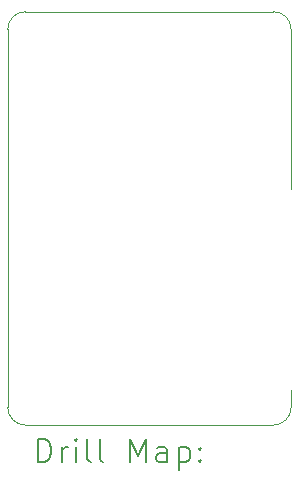
<source format=gbr>
%TF.GenerationSoftware,KiCad,Pcbnew,7.0.5-7.0.5~ubuntu22.04.1*%
%TF.CreationDate,2023-06-28T22:22:53+02:00*%
%TF.ProjectId,BatMon,4261744d-6f6e-42e6-9b69-6361645f7063,rev?*%
%TF.SameCoordinates,Original*%
%TF.FileFunction,Drillmap*%
%TF.FilePolarity,Positive*%
%FSLAX45Y45*%
G04 Gerber Fmt 4.5, Leading zero omitted, Abs format (unit mm)*
G04 Created by KiCad (PCBNEW 7.0.5-7.0.5~ubuntu22.04.1) date 2023-06-28 22:22:53*
%MOMM*%
%LPD*%
G01*
G04 APERTURE LIST*
%ADD10C,0.100000*%
%ADD11C,0.200000*%
G04 APERTURE END LIST*
D10*
X14400000Y-5700000D02*
G75*
G03*
X14250000Y-5550000I-150000J0D01*
G01*
X14400000Y-8900000D02*
X14400000Y-8750000D01*
X12000000Y-8900000D02*
G75*
G03*
X12150000Y-9050000I150000J0D01*
G01*
X12150000Y-5550000D02*
G75*
G03*
X12000000Y-5700000I0J-150000D01*
G01*
X12150000Y-9050000D02*
X14250000Y-9050000D01*
X14250000Y-9050000D02*
G75*
G03*
X14400000Y-8900000I0J150000D01*
G01*
X14250000Y-5550000D02*
X12150000Y-5550000D01*
X14400000Y-7050000D02*
X14400000Y-5700000D01*
X12000000Y-5700000D02*
X12000000Y-8900000D01*
D11*
X12255777Y-9366484D02*
X12255777Y-9166484D01*
X12255777Y-9166484D02*
X12303396Y-9166484D01*
X12303396Y-9166484D02*
X12331967Y-9176008D01*
X12331967Y-9176008D02*
X12351015Y-9195055D01*
X12351015Y-9195055D02*
X12360539Y-9214103D01*
X12360539Y-9214103D02*
X12370062Y-9252198D01*
X12370062Y-9252198D02*
X12370062Y-9280770D01*
X12370062Y-9280770D02*
X12360539Y-9318865D01*
X12360539Y-9318865D02*
X12351015Y-9337912D01*
X12351015Y-9337912D02*
X12331967Y-9356960D01*
X12331967Y-9356960D02*
X12303396Y-9366484D01*
X12303396Y-9366484D02*
X12255777Y-9366484D01*
X12455777Y-9366484D02*
X12455777Y-9233150D01*
X12455777Y-9271246D02*
X12465301Y-9252198D01*
X12465301Y-9252198D02*
X12474824Y-9242674D01*
X12474824Y-9242674D02*
X12493872Y-9233150D01*
X12493872Y-9233150D02*
X12512920Y-9233150D01*
X12579586Y-9366484D02*
X12579586Y-9233150D01*
X12579586Y-9166484D02*
X12570062Y-9176008D01*
X12570062Y-9176008D02*
X12579586Y-9185531D01*
X12579586Y-9185531D02*
X12589110Y-9176008D01*
X12589110Y-9176008D02*
X12579586Y-9166484D01*
X12579586Y-9166484D02*
X12579586Y-9185531D01*
X12703396Y-9366484D02*
X12684348Y-9356960D01*
X12684348Y-9356960D02*
X12674824Y-9337912D01*
X12674824Y-9337912D02*
X12674824Y-9166484D01*
X12808158Y-9366484D02*
X12789110Y-9356960D01*
X12789110Y-9356960D02*
X12779586Y-9337912D01*
X12779586Y-9337912D02*
X12779586Y-9166484D01*
X13036729Y-9366484D02*
X13036729Y-9166484D01*
X13036729Y-9166484D02*
X13103396Y-9309341D01*
X13103396Y-9309341D02*
X13170062Y-9166484D01*
X13170062Y-9166484D02*
X13170062Y-9366484D01*
X13351015Y-9366484D02*
X13351015Y-9261722D01*
X13351015Y-9261722D02*
X13341491Y-9242674D01*
X13341491Y-9242674D02*
X13322443Y-9233150D01*
X13322443Y-9233150D02*
X13284348Y-9233150D01*
X13284348Y-9233150D02*
X13265301Y-9242674D01*
X13351015Y-9356960D02*
X13331967Y-9366484D01*
X13331967Y-9366484D02*
X13284348Y-9366484D01*
X13284348Y-9366484D02*
X13265301Y-9356960D01*
X13265301Y-9356960D02*
X13255777Y-9337912D01*
X13255777Y-9337912D02*
X13255777Y-9318865D01*
X13255777Y-9318865D02*
X13265301Y-9299817D01*
X13265301Y-9299817D02*
X13284348Y-9290293D01*
X13284348Y-9290293D02*
X13331967Y-9290293D01*
X13331967Y-9290293D02*
X13351015Y-9280770D01*
X13446253Y-9233150D02*
X13446253Y-9433150D01*
X13446253Y-9242674D02*
X13465301Y-9233150D01*
X13465301Y-9233150D02*
X13503396Y-9233150D01*
X13503396Y-9233150D02*
X13522443Y-9242674D01*
X13522443Y-9242674D02*
X13531967Y-9252198D01*
X13531967Y-9252198D02*
X13541491Y-9271246D01*
X13541491Y-9271246D02*
X13541491Y-9328389D01*
X13541491Y-9328389D02*
X13531967Y-9347436D01*
X13531967Y-9347436D02*
X13522443Y-9356960D01*
X13522443Y-9356960D02*
X13503396Y-9366484D01*
X13503396Y-9366484D02*
X13465301Y-9366484D01*
X13465301Y-9366484D02*
X13446253Y-9356960D01*
X13627205Y-9347436D02*
X13636729Y-9356960D01*
X13636729Y-9356960D02*
X13627205Y-9366484D01*
X13627205Y-9366484D02*
X13617682Y-9356960D01*
X13617682Y-9356960D02*
X13627205Y-9347436D01*
X13627205Y-9347436D02*
X13627205Y-9366484D01*
X13627205Y-9242674D02*
X13636729Y-9252198D01*
X13636729Y-9252198D02*
X13627205Y-9261722D01*
X13627205Y-9261722D02*
X13617682Y-9252198D01*
X13617682Y-9252198D02*
X13627205Y-9242674D01*
X13627205Y-9242674D02*
X13627205Y-9261722D01*
M02*

</source>
